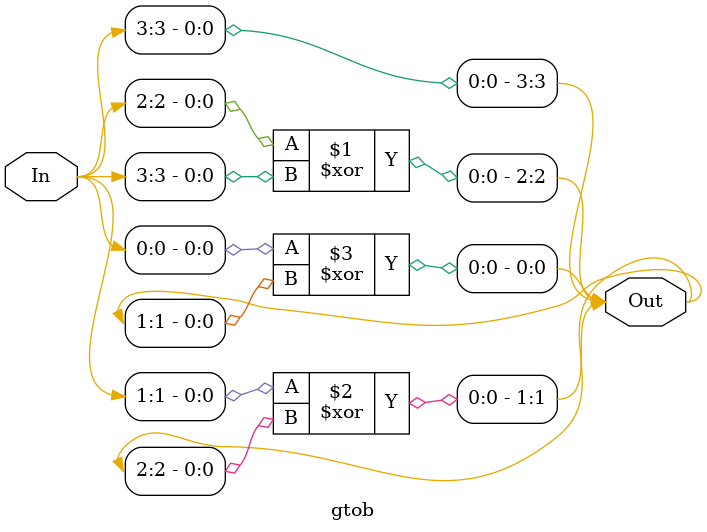
<source format=v>
`timescale 1ns / 1ps


module gtob(In,Out);
input [3:0]In;
output [3:0]Out;

assign Out[3] = In[3];
assign Out[2] = In[2]^Out[3];
assign Out[1] = In[1]^Out[2];
assign Out[0] = In[0]^Out[1];
endmodule

</source>
